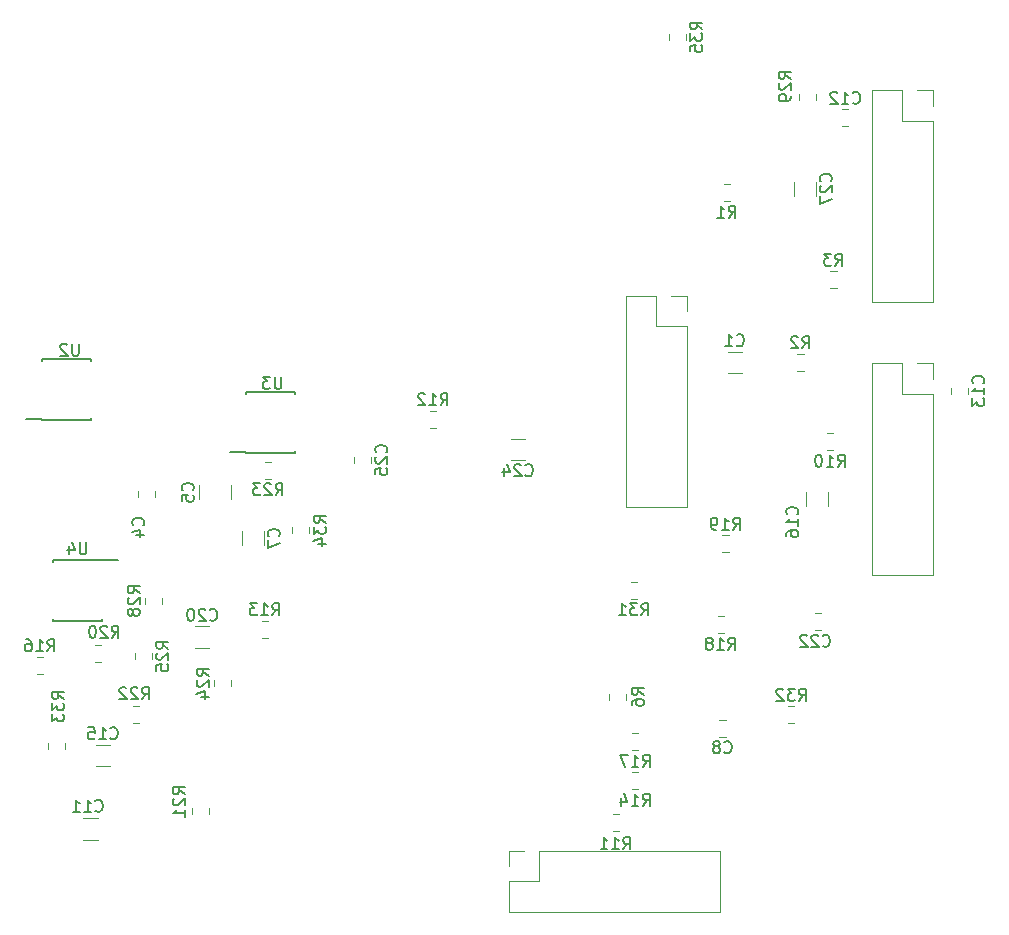
<source format=gbr>
G04 #@! TF.GenerationSoftware,KiCad,Pcbnew,(5.0.0)*
G04 #@! TF.CreationDate,2018-10-11T16:46:39-05:00*
G04 #@! TF.ProjectId,FinalDistCircuit,46696E616C4469737443697263756974,rev?*
G04 #@! TF.SameCoordinates,Original*
G04 #@! TF.FileFunction,Legend,Bot*
G04 #@! TF.FilePolarity,Positive*
%FSLAX46Y46*%
G04 Gerber Fmt 4.6, Leading zero omitted, Abs format (unit mm)*
G04 Created by KiCad (PCBNEW (5.0.0)) date 10/11/18 16:46:39*
%MOMM*%
%LPD*%
G01*
G04 APERTURE LIST*
%ADD10C,0.120000*%
%ADD11C,0.150000*%
G04 APERTURE END LIST*
D10*
G04 #@! TO.C,C12*
X236481252Y-36397000D02*
X235958748Y-36397000D01*
X236481252Y-34977000D02*
X235958748Y-34977000D01*
G04 #@! TO.C,NeckTonePot1*
X243646000Y-33341000D02*
X242316000Y-33341000D01*
X243646000Y-34671000D02*
X243646000Y-33341000D01*
X241046000Y-33341000D02*
X238446000Y-33341000D01*
X241046000Y-35941000D02*
X241046000Y-33341000D01*
X243646000Y-35941000D02*
X241046000Y-35941000D01*
X238446000Y-33341000D02*
X238446000Y-51241000D01*
X243646000Y-35941000D02*
X243646000Y-51241000D01*
X243646000Y-51241000D02*
X238446000Y-51241000D01*
G04 #@! TO.C,R28*
X176963000Y-76310748D02*
X176963000Y-76833252D01*
X178383000Y-76310748D02*
X178383000Y-76833252D01*
G04 #@! TO.C,R22*
X175878748Y-86943000D02*
X176401252Y-86943000D01*
X175878748Y-85523000D02*
X176401252Y-85523000D01*
G04 #@! TO.C,BridgeTonePot1*
X243646000Y-74355000D02*
X238446000Y-74355000D01*
X243646000Y-59055000D02*
X243646000Y-74355000D01*
X238446000Y-56455000D02*
X238446000Y-74355000D01*
X243646000Y-59055000D02*
X241046000Y-59055000D01*
X241046000Y-59055000D02*
X241046000Y-56455000D01*
X241046000Y-56455000D02*
X238446000Y-56455000D01*
X243646000Y-57785000D02*
X243646000Y-56455000D01*
X243646000Y-56455000D02*
X242316000Y-56455000D01*
G04 #@! TO.C,BridgeVolPot1*
X222818000Y-50740000D02*
X221488000Y-50740000D01*
X222818000Y-52070000D02*
X222818000Y-50740000D01*
X220218000Y-50740000D02*
X217618000Y-50740000D01*
X220218000Y-53340000D02*
X220218000Y-50740000D01*
X222818000Y-53340000D02*
X220218000Y-53340000D01*
X217618000Y-50740000D02*
X217618000Y-68640000D01*
X222818000Y-53340000D02*
X222818000Y-68640000D01*
X222818000Y-68640000D02*
X217618000Y-68640000D01*
G04 #@! TO.C,C1*
X227460564Y-57298000D02*
X226256436Y-57298000D01*
X227460564Y-55478000D02*
X226256436Y-55478000D01*
G04 #@! TO.C,C4*
X177748000Y-67293748D02*
X177748000Y-67816252D01*
X176328000Y-67293748D02*
X176328000Y-67816252D01*
G04 #@! TO.C,C5*
X181520000Y-66798436D02*
X181520000Y-68002564D01*
X184240000Y-66798436D02*
X184240000Y-68002564D01*
G04 #@! TO.C,C7*
X185145000Y-71885564D02*
X185145000Y-70681436D01*
X186965000Y-71885564D02*
X186965000Y-70681436D01*
G04 #@! TO.C,C8*
X225553748Y-88086000D02*
X226076252Y-88086000D01*
X225553748Y-86666000D02*
X226076252Y-86666000D01*
G04 #@! TO.C,C11*
X172904564Y-94975000D02*
X171700436Y-94975000D01*
X172904564Y-96795000D02*
X171700436Y-96795000D01*
G04 #@! TO.C,C13*
X245162000Y-59062252D02*
X245162000Y-58539748D01*
X246582000Y-59062252D02*
X246582000Y-58539748D01*
G04 #@! TO.C,C15*
X173957064Y-90572000D02*
X172752936Y-90572000D01*
X173957064Y-88752000D02*
X172752936Y-88752000D01*
G04 #@! TO.C,C16*
X232897000Y-67379436D02*
X232897000Y-68583564D01*
X234717000Y-67379436D02*
X234717000Y-68583564D01*
G04 #@! TO.C,C20*
X182375564Y-78719000D02*
X181171436Y-78719000D01*
X182375564Y-80539000D02*
X181171436Y-80539000D01*
G04 #@! TO.C,C22*
X233663748Y-79069000D02*
X234186252Y-79069000D01*
X233663748Y-77649000D02*
X234186252Y-77649000D01*
G04 #@! TO.C,C24*
X207895436Y-64664000D02*
X209099564Y-64664000D01*
X207895436Y-62844000D02*
X209099564Y-62844000D01*
G04 #@! TO.C,C25*
X194616000Y-64913252D02*
X194616000Y-64390748D01*
X196036000Y-64913252D02*
X196036000Y-64390748D01*
G04 #@! TO.C,C27*
X231881000Y-42294564D02*
X231881000Y-41090436D01*
X233701000Y-42294564D02*
X233701000Y-41090436D01*
G04 #@! TO.C,NeckVolumePot1*
X225612000Y-97730000D02*
X225612000Y-102930000D01*
X210312000Y-97730000D02*
X225612000Y-97730000D01*
X207712000Y-102930000D02*
X225612000Y-102930000D01*
X210312000Y-97730000D02*
X210312000Y-100330000D01*
X210312000Y-100330000D02*
X207712000Y-100330000D01*
X207712000Y-100330000D02*
X207712000Y-102930000D01*
X209042000Y-97730000D02*
X207712000Y-97730000D01*
X207712000Y-97730000D02*
X207712000Y-99060000D01*
G04 #@! TO.C,R1*
X225916748Y-41327000D02*
X226439252Y-41327000D01*
X225916748Y-42747000D02*
X226439252Y-42747000D01*
G04 #@! TO.C,R2*
X232680252Y-55678000D02*
X232157748Y-55678000D01*
X232680252Y-57098000D02*
X232157748Y-57098000D01*
G04 #@! TO.C,R3*
X235474252Y-50113000D02*
X234951748Y-50113000D01*
X235474252Y-48693000D02*
X234951748Y-48693000D01*
G04 #@! TO.C,R6*
X217626000Y-84961252D02*
X217626000Y-84438748D01*
X216206000Y-84961252D02*
X216206000Y-84438748D01*
G04 #@! TO.C,R10*
X234679748Y-62409000D02*
X235202252Y-62409000D01*
X234679748Y-63829000D02*
X235202252Y-63829000D01*
G04 #@! TO.C,R11*
X217041252Y-96087000D02*
X216518748Y-96087000D01*
X217041252Y-94667000D02*
X216518748Y-94667000D01*
G04 #@! TO.C,R12*
X201565252Y-60504000D02*
X201042748Y-60504000D01*
X201565252Y-61924000D02*
X201042748Y-61924000D01*
G04 #@! TO.C,R13*
X187323252Y-78284000D02*
X186800748Y-78284000D01*
X187323252Y-79704000D02*
X186800748Y-79704000D01*
G04 #@! TO.C,R14*
X218169748Y-91111000D02*
X218692252Y-91111000D01*
X218169748Y-92531000D02*
X218692252Y-92531000D01*
G04 #@! TO.C,R16*
X168282252Y-81332000D02*
X167759748Y-81332000D01*
X168282252Y-82752000D02*
X167759748Y-82752000D01*
G04 #@! TO.C,R17*
X218169748Y-87809000D02*
X218692252Y-87809000D01*
X218169748Y-89229000D02*
X218692252Y-89229000D01*
G04 #@! TO.C,R18*
X225408748Y-79323000D02*
X225931252Y-79323000D01*
X225408748Y-77903000D02*
X225931252Y-77903000D01*
G04 #@! TO.C,R19*
X226330252Y-71045000D02*
X225807748Y-71045000D01*
X226330252Y-72465000D02*
X225807748Y-72465000D01*
G04 #@! TO.C,R20*
X173226252Y-80316000D02*
X172703748Y-80316000D01*
X173226252Y-81736000D02*
X172703748Y-81736000D01*
G04 #@! TO.C,R21*
X180900000Y-94622252D02*
X180900000Y-94099748D01*
X182320000Y-94622252D02*
X182320000Y-94099748D01*
G04 #@! TO.C,R23*
X187072748Y-66242000D02*
X187595252Y-66242000D01*
X187072748Y-64822000D02*
X187595252Y-64822000D01*
G04 #@! TO.C,R24*
X182805000Y-83295748D02*
X182805000Y-83818252D01*
X184225000Y-83295748D02*
X184225000Y-83818252D01*
G04 #@! TO.C,R25*
X177494000Y-81541252D02*
X177494000Y-81018748D01*
X176074000Y-81541252D02*
X176074000Y-81018748D01*
G04 #@! TO.C,R29*
X233755000Y-34170252D02*
X233755000Y-33647748D01*
X232335000Y-34170252D02*
X232335000Y-33647748D01*
G04 #@! TO.C,R31*
X218051748Y-76402000D02*
X218574252Y-76402000D01*
X218051748Y-74982000D02*
X218574252Y-74982000D01*
G04 #@! TO.C,R32*
X231900252Y-86943000D02*
X231377748Y-86943000D01*
X231900252Y-85523000D02*
X231377748Y-85523000D01*
G04 #@! TO.C,R33*
X168708000Y-89152252D02*
X168708000Y-88629748D01*
X170128000Y-89152252D02*
X170128000Y-88629748D01*
G04 #@! TO.C,R34*
X190829000Y-70864252D02*
X190829000Y-70341748D01*
X189409000Y-70864252D02*
X189409000Y-70341748D01*
G04 #@! TO.C,R35*
X221286000Y-29099252D02*
X221286000Y-28576748D01*
X222706000Y-29099252D02*
X222706000Y-28576748D01*
D11*
G04 #@! TO.C,U2*
X168232000Y-61199000D02*
X166832000Y-61199000D01*
X168232000Y-56099000D02*
X172382000Y-56099000D01*
X168232000Y-61249000D02*
X172382000Y-61249000D01*
X168232000Y-56099000D02*
X168232000Y-56244000D01*
X172382000Y-56099000D02*
X172382000Y-56244000D01*
X172382000Y-61249000D02*
X172382000Y-61104000D01*
X168232000Y-61249000D02*
X168232000Y-61199000D01*
G04 #@! TO.C,U3*
X185504000Y-63993000D02*
X184104000Y-63993000D01*
X185504000Y-58893000D02*
X189654000Y-58893000D01*
X185504000Y-64043000D02*
X189654000Y-64043000D01*
X185504000Y-58893000D02*
X185504000Y-59038000D01*
X189654000Y-58893000D02*
X189654000Y-59038000D01*
X189654000Y-64043000D02*
X189654000Y-63898000D01*
X185504000Y-64043000D02*
X185504000Y-63993000D01*
G04 #@! TO.C,U4*
X173271000Y-73117000D02*
X173271000Y-73167000D01*
X169121000Y-73117000D02*
X169121000Y-73262000D01*
X169121000Y-78267000D02*
X169121000Y-78122000D01*
X173271000Y-78267000D02*
X173271000Y-78122000D01*
X173271000Y-73117000D02*
X169121000Y-73117000D01*
X173271000Y-78267000D02*
X169121000Y-78267000D01*
X173271000Y-73167000D02*
X174671000Y-73167000D01*
G04 #@! TO.C,C12*
X236862857Y-34394142D02*
X236910476Y-34441761D01*
X237053333Y-34489380D01*
X237148571Y-34489380D01*
X237291428Y-34441761D01*
X237386666Y-34346523D01*
X237434285Y-34251285D01*
X237481904Y-34060809D01*
X237481904Y-33917952D01*
X237434285Y-33727476D01*
X237386666Y-33632238D01*
X237291428Y-33537000D01*
X237148571Y-33489380D01*
X237053333Y-33489380D01*
X236910476Y-33537000D01*
X236862857Y-33584619D01*
X235910476Y-34489380D02*
X236481904Y-34489380D01*
X236196190Y-34489380D02*
X236196190Y-33489380D01*
X236291428Y-33632238D01*
X236386666Y-33727476D01*
X236481904Y-33775095D01*
X235529523Y-33584619D02*
X235481904Y-33537000D01*
X235386666Y-33489380D01*
X235148571Y-33489380D01*
X235053333Y-33537000D01*
X235005714Y-33584619D01*
X234958095Y-33679857D01*
X234958095Y-33775095D01*
X235005714Y-33917952D01*
X235577142Y-34489380D01*
X234958095Y-34489380D01*
G04 #@! TO.C,R28*
X176475380Y-75929142D02*
X175999190Y-75595809D01*
X176475380Y-75357714D02*
X175475380Y-75357714D01*
X175475380Y-75738666D01*
X175523000Y-75833904D01*
X175570619Y-75881523D01*
X175665857Y-75929142D01*
X175808714Y-75929142D01*
X175903952Y-75881523D01*
X175951571Y-75833904D01*
X175999190Y-75738666D01*
X175999190Y-75357714D01*
X175570619Y-76310095D02*
X175523000Y-76357714D01*
X175475380Y-76452952D01*
X175475380Y-76691047D01*
X175523000Y-76786285D01*
X175570619Y-76833904D01*
X175665857Y-76881523D01*
X175761095Y-76881523D01*
X175903952Y-76833904D01*
X176475380Y-76262476D01*
X176475380Y-76881523D01*
X175903952Y-77452952D02*
X175856333Y-77357714D01*
X175808714Y-77310095D01*
X175713476Y-77262476D01*
X175665857Y-77262476D01*
X175570619Y-77310095D01*
X175523000Y-77357714D01*
X175475380Y-77452952D01*
X175475380Y-77643428D01*
X175523000Y-77738666D01*
X175570619Y-77786285D01*
X175665857Y-77833904D01*
X175713476Y-77833904D01*
X175808714Y-77786285D01*
X175856333Y-77738666D01*
X175903952Y-77643428D01*
X175903952Y-77452952D01*
X175951571Y-77357714D01*
X175999190Y-77310095D01*
X176094428Y-77262476D01*
X176284904Y-77262476D01*
X176380142Y-77310095D01*
X176427761Y-77357714D01*
X176475380Y-77452952D01*
X176475380Y-77643428D01*
X176427761Y-77738666D01*
X176380142Y-77786285D01*
X176284904Y-77833904D01*
X176094428Y-77833904D01*
X175999190Y-77786285D01*
X175951571Y-77738666D01*
X175903952Y-77643428D01*
G04 #@! TO.C,R22*
X176664857Y-84907380D02*
X176998190Y-84431190D01*
X177236285Y-84907380D02*
X177236285Y-83907380D01*
X176855333Y-83907380D01*
X176760095Y-83955000D01*
X176712476Y-84002619D01*
X176664857Y-84097857D01*
X176664857Y-84240714D01*
X176712476Y-84335952D01*
X176760095Y-84383571D01*
X176855333Y-84431190D01*
X177236285Y-84431190D01*
X176283904Y-84002619D02*
X176236285Y-83955000D01*
X176141047Y-83907380D01*
X175902952Y-83907380D01*
X175807714Y-83955000D01*
X175760095Y-84002619D01*
X175712476Y-84097857D01*
X175712476Y-84193095D01*
X175760095Y-84335952D01*
X176331523Y-84907380D01*
X175712476Y-84907380D01*
X175331523Y-84002619D02*
X175283904Y-83955000D01*
X175188666Y-83907380D01*
X174950571Y-83907380D01*
X174855333Y-83955000D01*
X174807714Y-84002619D01*
X174760095Y-84097857D01*
X174760095Y-84193095D01*
X174807714Y-84335952D01*
X175379142Y-84907380D01*
X174760095Y-84907380D01*
G04 #@! TO.C,C1*
X227025166Y-54925142D02*
X227072785Y-54972761D01*
X227215642Y-55020380D01*
X227310880Y-55020380D01*
X227453738Y-54972761D01*
X227548976Y-54877523D01*
X227596595Y-54782285D01*
X227644214Y-54591809D01*
X227644214Y-54448952D01*
X227596595Y-54258476D01*
X227548976Y-54163238D01*
X227453738Y-54068000D01*
X227310880Y-54020380D01*
X227215642Y-54020380D01*
X227072785Y-54068000D01*
X227025166Y-54115619D01*
X226072785Y-55020380D02*
X226644214Y-55020380D01*
X226358500Y-55020380D02*
X226358500Y-54020380D01*
X226453738Y-54163238D01*
X226548976Y-54258476D01*
X226644214Y-54306095D01*
G04 #@! TO.C,C4*
X176760142Y-70173333D02*
X176807761Y-70125714D01*
X176855380Y-69982857D01*
X176855380Y-69887619D01*
X176807761Y-69744761D01*
X176712523Y-69649523D01*
X176617285Y-69601904D01*
X176426809Y-69554285D01*
X176283952Y-69554285D01*
X176093476Y-69601904D01*
X175998238Y-69649523D01*
X175903000Y-69744761D01*
X175855380Y-69887619D01*
X175855380Y-69982857D01*
X175903000Y-70125714D01*
X175950619Y-70173333D01*
X176188714Y-71030476D02*
X176855380Y-71030476D01*
X175807761Y-70792380D02*
X176522047Y-70554285D01*
X176522047Y-71173333D01*
G04 #@! TO.C,C5*
X180957142Y-67233833D02*
X181004761Y-67186214D01*
X181052380Y-67043357D01*
X181052380Y-66948119D01*
X181004761Y-66805261D01*
X180909523Y-66710023D01*
X180814285Y-66662404D01*
X180623809Y-66614785D01*
X180480952Y-66614785D01*
X180290476Y-66662404D01*
X180195238Y-66710023D01*
X180100000Y-66805261D01*
X180052380Y-66948119D01*
X180052380Y-67043357D01*
X180100000Y-67186214D01*
X180147619Y-67233833D01*
X180052380Y-68138595D02*
X180052380Y-67662404D01*
X180528571Y-67614785D01*
X180480952Y-67662404D01*
X180433333Y-67757642D01*
X180433333Y-67995738D01*
X180480952Y-68090976D01*
X180528571Y-68138595D01*
X180623809Y-68186214D01*
X180861904Y-68186214D01*
X180957142Y-68138595D01*
X181004761Y-68090976D01*
X181052380Y-67995738D01*
X181052380Y-67757642D01*
X181004761Y-67662404D01*
X180957142Y-67614785D01*
G04 #@! TO.C,C7*
X188232142Y-71116833D02*
X188279761Y-71069214D01*
X188327380Y-70926357D01*
X188327380Y-70831119D01*
X188279761Y-70688261D01*
X188184523Y-70593023D01*
X188089285Y-70545404D01*
X187898809Y-70497785D01*
X187755952Y-70497785D01*
X187565476Y-70545404D01*
X187470238Y-70593023D01*
X187375000Y-70688261D01*
X187327380Y-70831119D01*
X187327380Y-70926357D01*
X187375000Y-71069214D01*
X187422619Y-71116833D01*
X187327380Y-71450166D02*
X187327380Y-72116833D01*
X188327380Y-71688261D01*
G04 #@! TO.C,C8*
X225981666Y-89383142D02*
X226029285Y-89430761D01*
X226172142Y-89478380D01*
X226267380Y-89478380D01*
X226410238Y-89430761D01*
X226505476Y-89335523D01*
X226553095Y-89240285D01*
X226600714Y-89049809D01*
X226600714Y-88906952D01*
X226553095Y-88716476D01*
X226505476Y-88621238D01*
X226410238Y-88526000D01*
X226267380Y-88478380D01*
X226172142Y-88478380D01*
X226029285Y-88526000D01*
X225981666Y-88573619D01*
X225410238Y-88906952D02*
X225505476Y-88859333D01*
X225553095Y-88811714D01*
X225600714Y-88716476D01*
X225600714Y-88668857D01*
X225553095Y-88573619D01*
X225505476Y-88526000D01*
X225410238Y-88478380D01*
X225219761Y-88478380D01*
X225124523Y-88526000D01*
X225076904Y-88573619D01*
X225029285Y-88668857D01*
X225029285Y-88716476D01*
X225076904Y-88811714D01*
X225124523Y-88859333D01*
X225219761Y-88906952D01*
X225410238Y-88906952D01*
X225505476Y-88954571D01*
X225553095Y-89002190D01*
X225600714Y-89097428D01*
X225600714Y-89287904D01*
X225553095Y-89383142D01*
X225505476Y-89430761D01*
X225410238Y-89478380D01*
X225219761Y-89478380D01*
X225124523Y-89430761D01*
X225076904Y-89383142D01*
X225029285Y-89287904D01*
X225029285Y-89097428D01*
X225076904Y-89002190D01*
X225124523Y-88954571D01*
X225219761Y-88906952D01*
G04 #@! TO.C,C11*
X172727857Y-94337142D02*
X172775476Y-94384761D01*
X172918333Y-94432380D01*
X173013571Y-94432380D01*
X173156428Y-94384761D01*
X173251666Y-94289523D01*
X173299285Y-94194285D01*
X173346904Y-94003809D01*
X173346904Y-93860952D01*
X173299285Y-93670476D01*
X173251666Y-93575238D01*
X173156428Y-93480000D01*
X173013571Y-93432380D01*
X172918333Y-93432380D01*
X172775476Y-93480000D01*
X172727857Y-93527619D01*
X171775476Y-94432380D02*
X172346904Y-94432380D01*
X172061190Y-94432380D02*
X172061190Y-93432380D01*
X172156428Y-93575238D01*
X172251666Y-93670476D01*
X172346904Y-93718095D01*
X170823095Y-94432380D02*
X171394523Y-94432380D01*
X171108809Y-94432380D02*
X171108809Y-93432380D01*
X171204047Y-93575238D01*
X171299285Y-93670476D01*
X171394523Y-93718095D01*
G04 #@! TO.C,C13*
X247879142Y-58158142D02*
X247926761Y-58110523D01*
X247974380Y-57967666D01*
X247974380Y-57872428D01*
X247926761Y-57729571D01*
X247831523Y-57634333D01*
X247736285Y-57586714D01*
X247545809Y-57539095D01*
X247402952Y-57539095D01*
X247212476Y-57586714D01*
X247117238Y-57634333D01*
X247022000Y-57729571D01*
X246974380Y-57872428D01*
X246974380Y-57967666D01*
X247022000Y-58110523D01*
X247069619Y-58158142D01*
X247974380Y-59110523D02*
X247974380Y-58539095D01*
X247974380Y-58824809D02*
X246974380Y-58824809D01*
X247117238Y-58729571D01*
X247212476Y-58634333D01*
X247260095Y-58539095D01*
X246974380Y-59443857D02*
X246974380Y-60062904D01*
X247355333Y-59729571D01*
X247355333Y-59872428D01*
X247402952Y-59967666D01*
X247450571Y-60015285D01*
X247545809Y-60062904D01*
X247783904Y-60062904D01*
X247879142Y-60015285D01*
X247926761Y-59967666D01*
X247974380Y-59872428D01*
X247974380Y-59586714D01*
X247926761Y-59491476D01*
X247879142Y-59443857D01*
G04 #@! TO.C,C15*
X173997857Y-88199142D02*
X174045476Y-88246761D01*
X174188333Y-88294380D01*
X174283571Y-88294380D01*
X174426428Y-88246761D01*
X174521666Y-88151523D01*
X174569285Y-88056285D01*
X174616904Y-87865809D01*
X174616904Y-87722952D01*
X174569285Y-87532476D01*
X174521666Y-87437238D01*
X174426428Y-87342000D01*
X174283571Y-87294380D01*
X174188333Y-87294380D01*
X174045476Y-87342000D01*
X173997857Y-87389619D01*
X173045476Y-88294380D02*
X173616904Y-88294380D01*
X173331190Y-88294380D02*
X173331190Y-87294380D01*
X173426428Y-87437238D01*
X173521666Y-87532476D01*
X173616904Y-87580095D01*
X172140714Y-87294380D02*
X172616904Y-87294380D01*
X172664523Y-87770571D01*
X172616904Y-87722952D01*
X172521666Y-87675333D01*
X172283571Y-87675333D01*
X172188333Y-87722952D01*
X172140714Y-87770571D01*
X172093095Y-87865809D01*
X172093095Y-88103904D01*
X172140714Y-88199142D01*
X172188333Y-88246761D01*
X172283571Y-88294380D01*
X172521666Y-88294380D01*
X172616904Y-88246761D01*
X172664523Y-88199142D01*
G04 #@! TO.C,C16*
X232132142Y-69270642D02*
X232179761Y-69223023D01*
X232227380Y-69080166D01*
X232227380Y-68984928D01*
X232179761Y-68842071D01*
X232084523Y-68746833D01*
X231989285Y-68699214D01*
X231798809Y-68651595D01*
X231655952Y-68651595D01*
X231465476Y-68699214D01*
X231370238Y-68746833D01*
X231275000Y-68842071D01*
X231227380Y-68984928D01*
X231227380Y-69080166D01*
X231275000Y-69223023D01*
X231322619Y-69270642D01*
X232227380Y-70223023D02*
X232227380Y-69651595D01*
X232227380Y-69937309D02*
X231227380Y-69937309D01*
X231370238Y-69842071D01*
X231465476Y-69746833D01*
X231513095Y-69651595D01*
X231227380Y-71080166D02*
X231227380Y-70889690D01*
X231275000Y-70794452D01*
X231322619Y-70746833D01*
X231465476Y-70651595D01*
X231655952Y-70603976D01*
X232036904Y-70603976D01*
X232132142Y-70651595D01*
X232179761Y-70699214D01*
X232227380Y-70794452D01*
X232227380Y-70984928D01*
X232179761Y-71080166D01*
X232132142Y-71127785D01*
X232036904Y-71175404D01*
X231798809Y-71175404D01*
X231703571Y-71127785D01*
X231655952Y-71080166D01*
X231608333Y-70984928D01*
X231608333Y-70794452D01*
X231655952Y-70699214D01*
X231703571Y-70651595D01*
X231798809Y-70603976D01*
G04 #@! TO.C,C20*
X182416357Y-78166142D02*
X182463976Y-78213761D01*
X182606833Y-78261380D01*
X182702071Y-78261380D01*
X182844928Y-78213761D01*
X182940166Y-78118523D01*
X182987785Y-78023285D01*
X183035404Y-77832809D01*
X183035404Y-77689952D01*
X182987785Y-77499476D01*
X182940166Y-77404238D01*
X182844928Y-77309000D01*
X182702071Y-77261380D01*
X182606833Y-77261380D01*
X182463976Y-77309000D01*
X182416357Y-77356619D01*
X182035404Y-77356619D02*
X181987785Y-77309000D01*
X181892547Y-77261380D01*
X181654452Y-77261380D01*
X181559214Y-77309000D01*
X181511595Y-77356619D01*
X181463976Y-77451857D01*
X181463976Y-77547095D01*
X181511595Y-77689952D01*
X182083023Y-78261380D01*
X181463976Y-78261380D01*
X180844928Y-77261380D02*
X180749690Y-77261380D01*
X180654452Y-77309000D01*
X180606833Y-77356619D01*
X180559214Y-77451857D01*
X180511595Y-77642333D01*
X180511595Y-77880428D01*
X180559214Y-78070904D01*
X180606833Y-78166142D01*
X180654452Y-78213761D01*
X180749690Y-78261380D01*
X180844928Y-78261380D01*
X180940166Y-78213761D01*
X180987785Y-78166142D01*
X181035404Y-78070904D01*
X181083023Y-77880428D01*
X181083023Y-77642333D01*
X181035404Y-77451857D01*
X180987785Y-77356619D01*
X180940166Y-77309000D01*
X180844928Y-77261380D01*
G04 #@! TO.C,C22*
X234304857Y-80366142D02*
X234352476Y-80413761D01*
X234495333Y-80461380D01*
X234590571Y-80461380D01*
X234733428Y-80413761D01*
X234828666Y-80318523D01*
X234876285Y-80223285D01*
X234923904Y-80032809D01*
X234923904Y-79889952D01*
X234876285Y-79699476D01*
X234828666Y-79604238D01*
X234733428Y-79509000D01*
X234590571Y-79461380D01*
X234495333Y-79461380D01*
X234352476Y-79509000D01*
X234304857Y-79556619D01*
X233923904Y-79556619D02*
X233876285Y-79509000D01*
X233781047Y-79461380D01*
X233542952Y-79461380D01*
X233447714Y-79509000D01*
X233400095Y-79556619D01*
X233352476Y-79651857D01*
X233352476Y-79747095D01*
X233400095Y-79889952D01*
X233971523Y-80461380D01*
X233352476Y-80461380D01*
X232971523Y-79556619D02*
X232923904Y-79509000D01*
X232828666Y-79461380D01*
X232590571Y-79461380D01*
X232495333Y-79509000D01*
X232447714Y-79556619D01*
X232400095Y-79651857D01*
X232400095Y-79747095D01*
X232447714Y-79889952D01*
X233019142Y-80461380D01*
X232400095Y-80461380D01*
G04 #@! TO.C,C24*
X209140357Y-65931142D02*
X209187976Y-65978761D01*
X209330833Y-66026380D01*
X209426071Y-66026380D01*
X209568928Y-65978761D01*
X209664166Y-65883523D01*
X209711785Y-65788285D01*
X209759404Y-65597809D01*
X209759404Y-65454952D01*
X209711785Y-65264476D01*
X209664166Y-65169238D01*
X209568928Y-65074000D01*
X209426071Y-65026380D01*
X209330833Y-65026380D01*
X209187976Y-65074000D01*
X209140357Y-65121619D01*
X208759404Y-65121619D02*
X208711785Y-65074000D01*
X208616547Y-65026380D01*
X208378452Y-65026380D01*
X208283214Y-65074000D01*
X208235595Y-65121619D01*
X208187976Y-65216857D01*
X208187976Y-65312095D01*
X208235595Y-65454952D01*
X208807023Y-66026380D01*
X208187976Y-66026380D01*
X207330833Y-65359714D02*
X207330833Y-66026380D01*
X207568928Y-64978761D02*
X207807023Y-65693047D01*
X207187976Y-65693047D01*
G04 #@! TO.C,C25*
X197333142Y-64009142D02*
X197380761Y-63961523D01*
X197428380Y-63818666D01*
X197428380Y-63723428D01*
X197380761Y-63580571D01*
X197285523Y-63485333D01*
X197190285Y-63437714D01*
X196999809Y-63390095D01*
X196856952Y-63390095D01*
X196666476Y-63437714D01*
X196571238Y-63485333D01*
X196476000Y-63580571D01*
X196428380Y-63723428D01*
X196428380Y-63818666D01*
X196476000Y-63961523D01*
X196523619Y-64009142D01*
X196523619Y-64390095D02*
X196476000Y-64437714D01*
X196428380Y-64532952D01*
X196428380Y-64771047D01*
X196476000Y-64866285D01*
X196523619Y-64913904D01*
X196618857Y-64961523D01*
X196714095Y-64961523D01*
X196856952Y-64913904D01*
X197428380Y-64342476D01*
X197428380Y-64961523D01*
X196428380Y-65866285D02*
X196428380Y-65390095D01*
X196904571Y-65342476D01*
X196856952Y-65390095D01*
X196809333Y-65485333D01*
X196809333Y-65723428D01*
X196856952Y-65818666D01*
X196904571Y-65866285D01*
X196999809Y-65913904D01*
X197237904Y-65913904D01*
X197333142Y-65866285D01*
X197380761Y-65818666D01*
X197428380Y-65723428D01*
X197428380Y-65485333D01*
X197380761Y-65390095D01*
X197333142Y-65342476D01*
G04 #@! TO.C,C27*
X234968142Y-41049642D02*
X235015761Y-41002023D01*
X235063380Y-40859166D01*
X235063380Y-40763928D01*
X235015761Y-40621071D01*
X234920523Y-40525833D01*
X234825285Y-40478214D01*
X234634809Y-40430595D01*
X234491952Y-40430595D01*
X234301476Y-40478214D01*
X234206238Y-40525833D01*
X234111000Y-40621071D01*
X234063380Y-40763928D01*
X234063380Y-40859166D01*
X234111000Y-41002023D01*
X234158619Y-41049642D01*
X234158619Y-41430595D02*
X234111000Y-41478214D01*
X234063380Y-41573452D01*
X234063380Y-41811547D01*
X234111000Y-41906785D01*
X234158619Y-41954404D01*
X234253857Y-42002023D01*
X234349095Y-42002023D01*
X234491952Y-41954404D01*
X235063380Y-41382976D01*
X235063380Y-42002023D01*
X234063380Y-42335357D02*
X234063380Y-43002023D01*
X235063380Y-42573452D01*
G04 #@! TO.C,R1*
X226344666Y-44139380D02*
X226678000Y-43663190D01*
X226916095Y-44139380D02*
X226916095Y-43139380D01*
X226535142Y-43139380D01*
X226439904Y-43187000D01*
X226392285Y-43234619D01*
X226344666Y-43329857D01*
X226344666Y-43472714D01*
X226392285Y-43567952D01*
X226439904Y-43615571D01*
X226535142Y-43663190D01*
X226916095Y-43663190D01*
X225392285Y-44139380D02*
X225963714Y-44139380D01*
X225678000Y-44139380D02*
X225678000Y-43139380D01*
X225773238Y-43282238D01*
X225868476Y-43377476D01*
X225963714Y-43425095D01*
G04 #@! TO.C,R2*
X232585666Y-55190380D02*
X232919000Y-54714190D01*
X233157095Y-55190380D02*
X233157095Y-54190380D01*
X232776142Y-54190380D01*
X232680904Y-54238000D01*
X232633285Y-54285619D01*
X232585666Y-54380857D01*
X232585666Y-54523714D01*
X232633285Y-54618952D01*
X232680904Y-54666571D01*
X232776142Y-54714190D01*
X233157095Y-54714190D01*
X232204714Y-54285619D02*
X232157095Y-54238000D01*
X232061857Y-54190380D01*
X231823761Y-54190380D01*
X231728523Y-54238000D01*
X231680904Y-54285619D01*
X231633285Y-54380857D01*
X231633285Y-54476095D01*
X231680904Y-54618952D01*
X232252333Y-55190380D01*
X231633285Y-55190380D01*
G04 #@! TO.C,R3*
X235379666Y-48205380D02*
X235713000Y-47729190D01*
X235951095Y-48205380D02*
X235951095Y-47205380D01*
X235570142Y-47205380D01*
X235474904Y-47253000D01*
X235427285Y-47300619D01*
X235379666Y-47395857D01*
X235379666Y-47538714D01*
X235427285Y-47633952D01*
X235474904Y-47681571D01*
X235570142Y-47729190D01*
X235951095Y-47729190D01*
X235046333Y-47205380D02*
X234427285Y-47205380D01*
X234760619Y-47586333D01*
X234617761Y-47586333D01*
X234522523Y-47633952D01*
X234474904Y-47681571D01*
X234427285Y-47776809D01*
X234427285Y-48014904D01*
X234474904Y-48110142D01*
X234522523Y-48157761D01*
X234617761Y-48205380D01*
X234903476Y-48205380D01*
X234998714Y-48157761D01*
X235046333Y-48110142D01*
G04 #@! TO.C,R6*
X219146380Y-84533333D02*
X218670190Y-84200000D01*
X219146380Y-83961904D02*
X218146380Y-83961904D01*
X218146380Y-84342857D01*
X218194000Y-84438095D01*
X218241619Y-84485714D01*
X218336857Y-84533333D01*
X218479714Y-84533333D01*
X218574952Y-84485714D01*
X218622571Y-84438095D01*
X218670190Y-84342857D01*
X218670190Y-83961904D01*
X218146380Y-85390476D02*
X218146380Y-85200000D01*
X218194000Y-85104761D01*
X218241619Y-85057142D01*
X218384476Y-84961904D01*
X218574952Y-84914285D01*
X218955904Y-84914285D01*
X219051142Y-84961904D01*
X219098761Y-85009523D01*
X219146380Y-85104761D01*
X219146380Y-85295238D01*
X219098761Y-85390476D01*
X219051142Y-85438095D01*
X218955904Y-85485714D01*
X218717809Y-85485714D01*
X218622571Y-85438095D01*
X218574952Y-85390476D01*
X218527333Y-85295238D01*
X218527333Y-85104761D01*
X218574952Y-85009523D01*
X218622571Y-84961904D01*
X218717809Y-84914285D01*
G04 #@! TO.C,R10*
X235583857Y-65221380D02*
X235917190Y-64745190D01*
X236155285Y-65221380D02*
X236155285Y-64221380D01*
X235774333Y-64221380D01*
X235679095Y-64269000D01*
X235631476Y-64316619D01*
X235583857Y-64411857D01*
X235583857Y-64554714D01*
X235631476Y-64649952D01*
X235679095Y-64697571D01*
X235774333Y-64745190D01*
X236155285Y-64745190D01*
X234631476Y-65221380D02*
X235202904Y-65221380D01*
X234917190Y-65221380D02*
X234917190Y-64221380D01*
X235012428Y-64364238D01*
X235107666Y-64459476D01*
X235202904Y-64507095D01*
X234012428Y-64221380D02*
X233917190Y-64221380D01*
X233821952Y-64269000D01*
X233774333Y-64316619D01*
X233726714Y-64411857D01*
X233679095Y-64602333D01*
X233679095Y-64840428D01*
X233726714Y-65030904D01*
X233774333Y-65126142D01*
X233821952Y-65173761D01*
X233917190Y-65221380D01*
X234012428Y-65221380D01*
X234107666Y-65173761D01*
X234155285Y-65126142D01*
X234202904Y-65030904D01*
X234250523Y-64840428D01*
X234250523Y-64602333D01*
X234202904Y-64411857D01*
X234155285Y-64316619D01*
X234107666Y-64269000D01*
X234012428Y-64221380D01*
G04 #@! TO.C,R11*
X217413857Y-97607380D02*
X217747190Y-97131190D01*
X217985285Y-97607380D02*
X217985285Y-96607380D01*
X217604333Y-96607380D01*
X217509095Y-96655000D01*
X217461476Y-96702619D01*
X217413857Y-96797857D01*
X217413857Y-96940714D01*
X217461476Y-97035952D01*
X217509095Y-97083571D01*
X217604333Y-97131190D01*
X217985285Y-97131190D01*
X216461476Y-97607380D02*
X217032904Y-97607380D01*
X216747190Y-97607380D02*
X216747190Y-96607380D01*
X216842428Y-96750238D01*
X216937666Y-96845476D01*
X217032904Y-96893095D01*
X215509095Y-97607380D02*
X216080523Y-97607380D01*
X215794809Y-97607380D02*
X215794809Y-96607380D01*
X215890047Y-96750238D01*
X215985285Y-96845476D01*
X216080523Y-96893095D01*
G04 #@! TO.C,R12*
X201946857Y-60016380D02*
X202280190Y-59540190D01*
X202518285Y-60016380D02*
X202518285Y-59016380D01*
X202137333Y-59016380D01*
X202042095Y-59064000D01*
X201994476Y-59111619D01*
X201946857Y-59206857D01*
X201946857Y-59349714D01*
X201994476Y-59444952D01*
X202042095Y-59492571D01*
X202137333Y-59540190D01*
X202518285Y-59540190D01*
X200994476Y-60016380D02*
X201565904Y-60016380D01*
X201280190Y-60016380D02*
X201280190Y-59016380D01*
X201375428Y-59159238D01*
X201470666Y-59254476D01*
X201565904Y-59302095D01*
X200613523Y-59111619D02*
X200565904Y-59064000D01*
X200470666Y-59016380D01*
X200232571Y-59016380D01*
X200137333Y-59064000D01*
X200089714Y-59111619D01*
X200042095Y-59206857D01*
X200042095Y-59302095D01*
X200089714Y-59444952D01*
X200661142Y-60016380D01*
X200042095Y-60016380D01*
G04 #@! TO.C,R13*
X187704857Y-77796380D02*
X188038190Y-77320190D01*
X188276285Y-77796380D02*
X188276285Y-76796380D01*
X187895333Y-76796380D01*
X187800095Y-76844000D01*
X187752476Y-76891619D01*
X187704857Y-76986857D01*
X187704857Y-77129714D01*
X187752476Y-77224952D01*
X187800095Y-77272571D01*
X187895333Y-77320190D01*
X188276285Y-77320190D01*
X186752476Y-77796380D02*
X187323904Y-77796380D01*
X187038190Y-77796380D02*
X187038190Y-76796380D01*
X187133428Y-76939238D01*
X187228666Y-77034476D01*
X187323904Y-77082095D01*
X186419142Y-76796380D02*
X185800095Y-76796380D01*
X186133428Y-77177333D01*
X185990571Y-77177333D01*
X185895333Y-77224952D01*
X185847714Y-77272571D01*
X185800095Y-77367809D01*
X185800095Y-77605904D01*
X185847714Y-77701142D01*
X185895333Y-77748761D01*
X185990571Y-77796380D01*
X186276285Y-77796380D01*
X186371523Y-77748761D01*
X186419142Y-77701142D01*
G04 #@! TO.C,R14*
X219073857Y-93923380D02*
X219407190Y-93447190D01*
X219645285Y-93923380D02*
X219645285Y-92923380D01*
X219264333Y-92923380D01*
X219169095Y-92971000D01*
X219121476Y-93018619D01*
X219073857Y-93113857D01*
X219073857Y-93256714D01*
X219121476Y-93351952D01*
X219169095Y-93399571D01*
X219264333Y-93447190D01*
X219645285Y-93447190D01*
X218121476Y-93923380D02*
X218692904Y-93923380D01*
X218407190Y-93923380D02*
X218407190Y-92923380D01*
X218502428Y-93066238D01*
X218597666Y-93161476D01*
X218692904Y-93209095D01*
X217264333Y-93256714D02*
X217264333Y-93923380D01*
X217502428Y-92875761D02*
X217740523Y-93590047D01*
X217121476Y-93590047D01*
G04 #@! TO.C,R16*
X168663857Y-80844380D02*
X168997190Y-80368190D01*
X169235285Y-80844380D02*
X169235285Y-79844380D01*
X168854333Y-79844380D01*
X168759095Y-79892000D01*
X168711476Y-79939619D01*
X168663857Y-80034857D01*
X168663857Y-80177714D01*
X168711476Y-80272952D01*
X168759095Y-80320571D01*
X168854333Y-80368190D01*
X169235285Y-80368190D01*
X167711476Y-80844380D02*
X168282904Y-80844380D01*
X167997190Y-80844380D02*
X167997190Y-79844380D01*
X168092428Y-79987238D01*
X168187666Y-80082476D01*
X168282904Y-80130095D01*
X166854333Y-79844380D02*
X167044809Y-79844380D01*
X167140047Y-79892000D01*
X167187666Y-79939619D01*
X167282904Y-80082476D01*
X167330523Y-80272952D01*
X167330523Y-80653904D01*
X167282904Y-80749142D01*
X167235285Y-80796761D01*
X167140047Y-80844380D01*
X166949571Y-80844380D01*
X166854333Y-80796761D01*
X166806714Y-80749142D01*
X166759095Y-80653904D01*
X166759095Y-80415809D01*
X166806714Y-80320571D01*
X166854333Y-80272952D01*
X166949571Y-80225333D01*
X167140047Y-80225333D01*
X167235285Y-80272952D01*
X167282904Y-80320571D01*
X167330523Y-80415809D01*
G04 #@! TO.C,R17*
X219073857Y-90621380D02*
X219407190Y-90145190D01*
X219645285Y-90621380D02*
X219645285Y-89621380D01*
X219264333Y-89621380D01*
X219169095Y-89669000D01*
X219121476Y-89716619D01*
X219073857Y-89811857D01*
X219073857Y-89954714D01*
X219121476Y-90049952D01*
X219169095Y-90097571D01*
X219264333Y-90145190D01*
X219645285Y-90145190D01*
X218121476Y-90621380D02*
X218692904Y-90621380D01*
X218407190Y-90621380D02*
X218407190Y-89621380D01*
X218502428Y-89764238D01*
X218597666Y-89859476D01*
X218692904Y-89907095D01*
X217788142Y-89621380D02*
X217121476Y-89621380D01*
X217550047Y-90621380D01*
G04 #@! TO.C,R18*
X226312857Y-80715380D02*
X226646190Y-80239190D01*
X226884285Y-80715380D02*
X226884285Y-79715380D01*
X226503333Y-79715380D01*
X226408095Y-79763000D01*
X226360476Y-79810619D01*
X226312857Y-79905857D01*
X226312857Y-80048714D01*
X226360476Y-80143952D01*
X226408095Y-80191571D01*
X226503333Y-80239190D01*
X226884285Y-80239190D01*
X225360476Y-80715380D02*
X225931904Y-80715380D01*
X225646190Y-80715380D02*
X225646190Y-79715380D01*
X225741428Y-79858238D01*
X225836666Y-79953476D01*
X225931904Y-80001095D01*
X224789047Y-80143952D02*
X224884285Y-80096333D01*
X224931904Y-80048714D01*
X224979523Y-79953476D01*
X224979523Y-79905857D01*
X224931904Y-79810619D01*
X224884285Y-79763000D01*
X224789047Y-79715380D01*
X224598571Y-79715380D01*
X224503333Y-79763000D01*
X224455714Y-79810619D01*
X224408095Y-79905857D01*
X224408095Y-79953476D01*
X224455714Y-80048714D01*
X224503333Y-80096333D01*
X224598571Y-80143952D01*
X224789047Y-80143952D01*
X224884285Y-80191571D01*
X224931904Y-80239190D01*
X224979523Y-80334428D01*
X224979523Y-80524904D01*
X224931904Y-80620142D01*
X224884285Y-80667761D01*
X224789047Y-80715380D01*
X224598571Y-80715380D01*
X224503333Y-80667761D01*
X224455714Y-80620142D01*
X224408095Y-80524904D01*
X224408095Y-80334428D01*
X224455714Y-80239190D01*
X224503333Y-80191571D01*
X224598571Y-80143952D01*
G04 #@! TO.C,R19*
X226711857Y-70557380D02*
X227045190Y-70081190D01*
X227283285Y-70557380D02*
X227283285Y-69557380D01*
X226902333Y-69557380D01*
X226807095Y-69605000D01*
X226759476Y-69652619D01*
X226711857Y-69747857D01*
X226711857Y-69890714D01*
X226759476Y-69985952D01*
X226807095Y-70033571D01*
X226902333Y-70081190D01*
X227283285Y-70081190D01*
X225759476Y-70557380D02*
X226330904Y-70557380D01*
X226045190Y-70557380D02*
X226045190Y-69557380D01*
X226140428Y-69700238D01*
X226235666Y-69795476D01*
X226330904Y-69843095D01*
X225283285Y-70557380D02*
X225092809Y-70557380D01*
X224997571Y-70509761D01*
X224949952Y-70462142D01*
X224854714Y-70319285D01*
X224807095Y-70128809D01*
X224807095Y-69747857D01*
X224854714Y-69652619D01*
X224902333Y-69605000D01*
X224997571Y-69557380D01*
X225188047Y-69557380D01*
X225283285Y-69605000D01*
X225330904Y-69652619D01*
X225378523Y-69747857D01*
X225378523Y-69985952D01*
X225330904Y-70081190D01*
X225283285Y-70128809D01*
X225188047Y-70176428D01*
X224997571Y-70176428D01*
X224902333Y-70128809D01*
X224854714Y-70081190D01*
X224807095Y-69985952D01*
G04 #@! TO.C,R20*
X174106857Y-79700380D02*
X174440190Y-79224190D01*
X174678285Y-79700380D02*
X174678285Y-78700380D01*
X174297333Y-78700380D01*
X174202095Y-78748000D01*
X174154476Y-78795619D01*
X174106857Y-78890857D01*
X174106857Y-79033714D01*
X174154476Y-79128952D01*
X174202095Y-79176571D01*
X174297333Y-79224190D01*
X174678285Y-79224190D01*
X173725904Y-78795619D02*
X173678285Y-78748000D01*
X173583047Y-78700380D01*
X173344952Y-78700380D01*
X173249714Y-78748000D01*
X173202095Y-78795619D01*
X173154476Y-78890857D01*
X173154476Y-78986095D01*
X173202095Y-79128952D01*
X173773523Y-79700380D01*
X173154476Y-79700380D01*
X172535428Y-78700380D02*
X172440190Y-78700380D01*
X172344952Y-78748000D01*
X172297333Y-78795619D01*
X172249714Y-78890857D01*
X172202095Y-79081333D01*
X172202095Y-79319428D01*
X172249714Y-79509904D01*
X172297333Y-79605142D01*
X172344952Y-79652761D01*
X172440190Y-79700380D01*
X172535428Y-79700380D01*
X172630666Y-79652761D01*
X172678285Y-79605142D01*
X172725904Y-79509904D01*
X172773523Y-79319428D01*
X172773523Y-79081333D01*
X172725904Y-78890857D01*
X172678285Y-78795619D01*
X172630666Y-78748000D01*
X172535428Y-78700380D01*
G04 #@! TO.C,R21*
X180284380Y-92956142D02*
X179808190Y-92622809D01*
X180284380Y-92384714D02*
X179284380Y-92384714D01*
X179284380Y-92765666D01*
X179332000Y-92860904D01*
X179379619Y-92908523D01*
X179474857Y-92956142D01*
X179617714Y-92956142D01*
X179712952Y-92908523D01*
X179760571Y-92860904D01*
X179808190Y-92765666D01*
X179808190Y-92384714D01*
X179379619Y-93337095D02*
X179332000Y-93384714D01*
X179284380Y-93479952D01*
X179284380Y-93718047D01*
X179332000Y-93813285D01*
X179379619Y-93860904D01*
X179474857Y-93908523D01*
X179570095Y-93908523D01*
X179712952Y-93860904D01*
X180284380Y-93289476D01*
X180284380Y-93908523D01*
X180284380Y-94860904D02*
X180284380Y-94289476D01*
X180284380Y-94575190D02*
X179284380Y-94575190D01*
X179427238Y-94479952D01*
X179522476Y-94384714D01*
X179570095Y-94289476D01*
G04 #@! TO.C,R23*
X187976857Y-67634380D02*
X188310190Y-67158190D01*
X188548285Y-67634380D02*
X188548285Y-66634380D01*
X188167333Y-66634380D01*
X188072095Y-66682000D01*
X188024476Y-66729619D01*
X187976857Y-66824857D01*
X187976857Y-66967714D01*
X188024476Y-67062952D01*
X188072095Y-67110571D01*
X188167333Y-67158190D01*
X188548285Y-67158190D01*
X187595904Y-66729619D02*
X187548285Y-66682000D01*
X187453047Y-66634380D01*
X187214952Y-66634380D01*
X187119714Y-66682000D01*
X187072095Y-66729619D01*
X187024476Y-66824857D01*
X187024476Y-66920095D01*
X187072095Y-67062952D01*
X187643523Y-67634380D01*
X187024476Y-67634380D01*
X186691142Y-66634380D02*
X186072095Y-66634380D01*
X186405428Y-67015333D01*
X186262571Y-67015333D01*
X186167333Y-67062952D01*
X186119714Y-67110571D01*
X186072095Y-67205809D01*
X186072095Y-67443904D01*
X186119714Y-67539142D01*
X186167333Y-67586761D01*
X186262571Y-67634380D01*
X186548285Y-67634380D01*
X186643523Y-67586761D01*
X186691142Y-67539142D01*
G04 #@! TO.C,R24*
X182317380Y-82914142D02*
X181841190Y-82580809D01*
X182317380Y-82342714D02*
X181317380Y-82342714D01*
X181317380Y-82723666D01*
X181365000Y-82818904D01*
X181412619Y-82866523D01*
X181507857Y-82914142D01*
X181650714Y-82914142D01*
X181745952Y-82866523D01*
X181793571Y-82818904D01*
X181841190Y-82723666D01*
X181841190Y-82342714D01*
X181412619Y-83295095D02*
X181365000Y-83342714D01*
X181317380Y-83437952D01*
X181317380Y-83676047D01*
X181365000Y-83771285D01*
X181412619Y-83818904D01*
X181507857Y-83866523D01*
X181603095Y-83866523D01*
X181745952Y-83818904D01*
X182317380Y-83247476D01*
X182317380Y-83866523D01*
X181650714Y-84723666D02*
X182317380Y-84723666D01*
X181269761Y-84485571D02*
X181984047Y-84247476D01*
X181984047Y-84866523D01*
G04 #@! TO.C,R25*
X178886380Y-80637142D02*
X178410190Y-80303809D01*
X178886380Y-80065714D02*
X177886380Y-80065714D01*
X177886380Y-80446666D01*
X177934000Y-80541904D01*
X177981619Y-80589523D01*
X178076857Y-80637142D01*
X178219714Y-80637142D01*
X178314952Y-80589523D01*
X178362571Y-80541904D01*
X178410190Y-80446666D01*
X178410190Y-80065714D01*
X177981619Y-81018095D02*
X177934000Y-81065714D01*
X177886380Y-81160952D01*
X177886380Y-81399047D01*
X177934000Y-81494285D01*
X177981619Y-81541904D01*
X178076857Y-81589523D01*
X178172095Y-81589523D01*
X178314952Y-81541904D01*
X178886380Y-80970476D01*
X178886380Y-81589523D01*
X177886380Y-82494285D02*
X177886380Y-82018095D01*
X178362571Y-81970476D01*
X178314952Y-82018095D01*
X178267333Y-82113333D01*
X178267333Y-82351428D01*
X178314952Y-82446666D01*
X178362571Y-82494285D01*
X178457809Y-82541904D01*
X178695904Y-82541904D01*
X178791142Y-82494285D01*
X178838761Y-82446666D01*
X178886380Y-82351428D01*
X178886380Y-82113333D01*
X178838761Y-82018095D01*
X178791142Y-81970476D01*
G04 #@! TO.C,R29*
X231592380Y-32377142D02*
X231116190Y-32043809D01*
X231592380Y-31805714D02*
X230592380Y-31805714D01*
X230592380Y-32186666D01*
X230640000Y-32281904D01*
X230687619Y-32329523D01*
X230782857Y-32377142D01*
X230925714Y-32377142D01*
X231020952Y-32329523D01*
X231068571Y-32281904D01*
X231116190Y-32186666D01*
X231116190Y-31805714D01*
X230687619Y-32758095D02*
X230640000Y-32805714D01*
X230592380Y-32900952D01*
X230592380Y-33139047D01*
X230640000Y-33234285D01*
X230687619Y-33281904D01*
X230782857Y-33329523D01*
X230878095Y-33329523D01*
X231020952Y-33281904D01*
X231592380Y-32710476D01*
X231592380Y-33329523D01*
X231592380Y-33805714D02*
X231592380Y-33996190D01*
X231544761Y-34091428D01*
X231497142Y-34139047D01*
X231354285Y-34234285D01*
X231163809Y-34281904D01*
X230782857Y-34281904D01*
X230687619Y-34234285D01*
X230640000Y-34186666D01*
X230592380Y-34091428D01*
X230592380Y-33900952D01*
X230640000Y-33805714D01*
X230687619Y-33758095D01*
X230782857Y-33710476D01*
X231020952Y-33710476D01*
X231116190Y-33758095D01*
X231163809Y-33805714D01*
X231211428Y-33900952D01*
X231211428Y-34091428D01*
X231163809Y-34186666D01*
X231116190Y-34234285D01*
X231020952Y-34281904D01*
G04 #@! TO.C,R31*
X218955857Y-77794380D02*
X219289190Y-77318190D01*
X219527285Y-77794380D02*
X219527285Y-76794380D01*
X219146333Y-76794380D01*
X219051095Y-76842000D01*
X219003476Y-76889619D01*
X218955857Y-76984857D01*
X218955857Y-77127714D01*
X219003476Y-77222952D01*
X219051095Y-77270571D01*
X219146333Y-77318190D01*
X219527285Y-77318190D01*
X218622523Y-76794380D02*
X218003476Y-76794380D01*
X218336809Y-77175333D01*
X218193952Y-77175333D01*
X218098714Y-77222952D01*
X218051095Y-77270571D01*
X218003476Y-77365809D01*
X218003476Y-77603904D01*
X218051095Y-77699142D01*
X218098714Y-77746761D01*
X218193952Y-77794380D01*
X218479666Y-77794380D01*
X218574904Y-77746761D01*
X218622523Y-77699142D01*
X217051095Y-77794380D02*
X217622523Y-77794380D01*
X217336809Y-77794380D02*
X217336809Y-76794380D01*
X217432047Y-76937238D01*
X217527285Y-77032476D01*
X217622523Y-77080095D01*
G04 #@! TO.C,R32*
X232281857Y-85035380D02*
X232615190Y-84559190D01*
X232853285Y-85035380D02*
X232853285Y-84035380D01*
X232472333Y-84035380D01*
X232377095Y-84083000D01*
X232329476Y-84130619D01*
X232281857Y-84225857D01*
X232281857Y-84368714D01*
X232329476Y-84463952D01*
X232377095Y-84511571D01*
X232472333Y-84559190D01*
X232853285Y-84559190D01*
X231948523Y-84035380D02*
X231329476Y-84035380D01*
X231662809Y-84416333D01*
X231519952Y-84416333D01*
X231424714Y-84463952D01*
X231377095Y-84511571D01*
X231329476Y-84606809D01*
X231329476Y-84844904D01*
X231377095Y-84940142D01*
X231424714Y-84987761D01*
X231519952Y-85035380D01*
X231805666Y-85035380D01*
X231900904Y-84987761D01*
X231948523Y-84940142D01*
X230948523Y-84130619D02*
X230900904Y-84083000D01*
X230805666Y-84035380D01*
X230567571Y-84035380D01*
X230472333Y-84083000D01*
X230424714Y-84130619D01*
X230377095Y-84225857D01*
X230377095Y-84321095D01*
X230424714Y-84463952D01*
X230996142Y-85035380D01*
X230377095Y-85035380D01*
G04 #@! TO.C,R33*
X170060880Y-84891642D02*
X169584690Y-84558309D01*
X170060880Y-84320214D02*
X169060880Y-84320214D01*
X169060880Y-84701166D01*
X169108500Y-84796404D01*
X169156119Y-84844023D01*
X169251357Y-84891642D01*
X169394214Y-84891642D01*
X169489452Y-84844023D01*
X169537071Y-84796404D01*
X169584690Y-84701166D01*
X169584690Y-84320214D01*
X169060880Y-85224976D02*
X169060880Y-85844023D01*
X169441833Y-85510690D01*
X169441833Y-85653547D01*
X169489452Y-85748785D01*
X169537071Y-85796404D01*
X169632309Y-85844023D01*
X169870404Y-85844023D01*
X169965642Y-85796404D01*
X170013261Y-85748785D01*
X170060880Y-85653547D01*
X170060880Y-85367833D01*
X170013261Y-85272595D01*
X169965642Y-85224976D01*
X169060880Y-86177357D02*
X169060880Y-86796404D01*
X169441833Y-86463071D01*
X169441833Y-86605928D01*
X169489452Y-86701166D01*
X169537071Y-86748785D01*
X169632309Y-86796404D01*
X169870404Y-86796404D01*
X169965642Y-86748785D01*
X170013261Y-86701166D01*
X170060880Y-86605928D01*
X170060880Y-86320214D01*
X170013261Y-86224976D01*
X169965642Y-86177357D01*
G04 #@! TO.C,R34*
X192221380Y-69960142D02*
X191745190Y-69626809D01*
X192221380Y-69388714D02*
X191221380Y-69388714D01*
X191221380Y-69769666D01*
X191269000Y-69864904D01*
X191316619Y-69912523D01*
X191411857Y-69960142D01*
X191554714Y-69960142D01*
X191649952Y-69912523D01*
X191697571Y-69864904D01*
X191745190Y-69769666D01*
X191745190Y-69388714D01*
X191221380Y-70293476D02*
X191221380Y-70912523D01*
X191602333Y-70579190D01*
X191602333Y-70722047D01*
X191649952Y-70817285D01*
X191697571Y-70864904D01*
X191792809Y-70912523D01*
X192030904Y-70912523D01*
X192126142Y-70864904D01*
X192173761Y-70817285D01*
X192221380Y-70722047D01*
X192221380Y-70436333D01*
X192173761Y-70341095D01*
X192126142Y-70293476D01*
X191554714Y-71769666D02*
X192221380Y-71769666D01*
X191173761Y-71531571D02*
X191888047Y-71293476D01*
X191888047Y-71912523D01*
G04 #@! TO.C,R35*
X224098380Y-28195142D02*
X223622190Y-27861809D01*
X224098380Y-27623714D02*
X223098380Y-27623714D01*
X223098380Y-28004666D01*
X223146000Y-28099904D01*
X223193619Y-28147523D01*
X223288857Y-28195142D01*
X223431714Y-28195142D01*
X223526952Y-28147523D01*
X223574571Y-28099904D01*
X223622190Y-28004666D01*
X223622190Y-27623714D01*
X223098380Y-28528476D02*
X223098380Y-29147523D01*
X223479333Y-28814190D01*
X223479333Y-28957047D01*
X223526952Y-29052285D01*
X223574571Y-29099904D01*
X223669809Y-29147523D01*
X223907904Y-29147523D01*
X224003142Y-29099904D01*
X224050761Y-29052285D01*
X224098380Y-28957047D01*
X224098380Y-28671333D01*
X224050761Y-28576095D01*
X224003142Y-28528476D01*
X223098380Y-30052285D02*
X223098380Y-29576095D01*
X223574571Y-29528476D01*
X223526952Y-29576095D01*
X223479333Y-29671333D01*
X223479333Y-29909428D01*
X223526952Y-30004666D01*
X223574571Y-30052285D01*
X223669809Y-30099904D01*
X223907904Y-30099904D01*
X224003142Y-30052285D01*
X224050761Y-30004666D01*
X224098380Y-29909428D01*
X224098380Y-29671333D01*
X224050761Y-29576095D01*
X224003142Y-29528476D01*
G04 #@! TO.C,U2*
X171322904Y-54824380D02*
X171322904Y-55633904D01*
X171275285Y-55729142D01*
X171227666Y-55776761D01*
X171132428Y-55824380D01*
X170941952Y-55824380D01*
X170846714Y-55776761D01*
X170799095Y-55729142D01*
X170751476Y-55633904D01*
X170751476Y-54824380D01*
X170322904Y-54919619D02*
X170275285Y-54872000D01*
X170180047Y-54824380D01*
X169941952Y-54824380D01*
X169846714Y-54872000D01*
X169799095Y-54919619D01*
X169751476Y-55014857D01*
X169751476Y-55110095D01*
X169799095Y-55252952D01*
X170370523Y-55824380D01*
X169751476Y-55824380D01*
G04 #@! TO.C,U3*
X188467904Y-57618380D02*
X188467904Y-58427904D01*
X188420285Y-58523142D01*
X188372666Y-58570761D01*
X188277428Y-58618380D01*
X188086952Y-58618380D01*
X187991714Y-58570761D01*
X187944095Y-58523142D01*
X187896476Y-58427904D01*
X187896476Y-57618380D01*
X187515523Y-57618380D02*
X186896476Y-57618380D01*
X187229809Y-57999333D01*
X187086952Y-57999333D01*
X186991714Y-58046952D01*
X186944095Y-58094571D01*
X186896476Y-58189809D01*
X186896476Y-58427904D01*
X186944095Y-58523142D01*
X186991714Y-58570761D01*
X187086952Y-58618380D01*
X187372666Y-58618380D01*
X187467904Y-58570761D01*
X187515523Y-58523142D01*
G04 #@! TO.C,U4*
X171957904Y-71644380D02*
X171957904Y-72453904D01*
X171910285Y-72549142D01*
X171862666Y-72596761D01*
X171767428Y-72644380D01*
X171576952Y-72644380D01*
X171481714Y-72596761D01*
X171434095Y-72549142D01*
X171386476Y-72453904D01*
X171386476Y-71644380D01*
X170481714Y-71977714D02*
X170481714Y-72644380D01*
X170719809Y-71596761D02*
X170957904Y-72311047D01*
X170338857Y-72311047D01*
G04 #@! TD*
M02*

</source>
